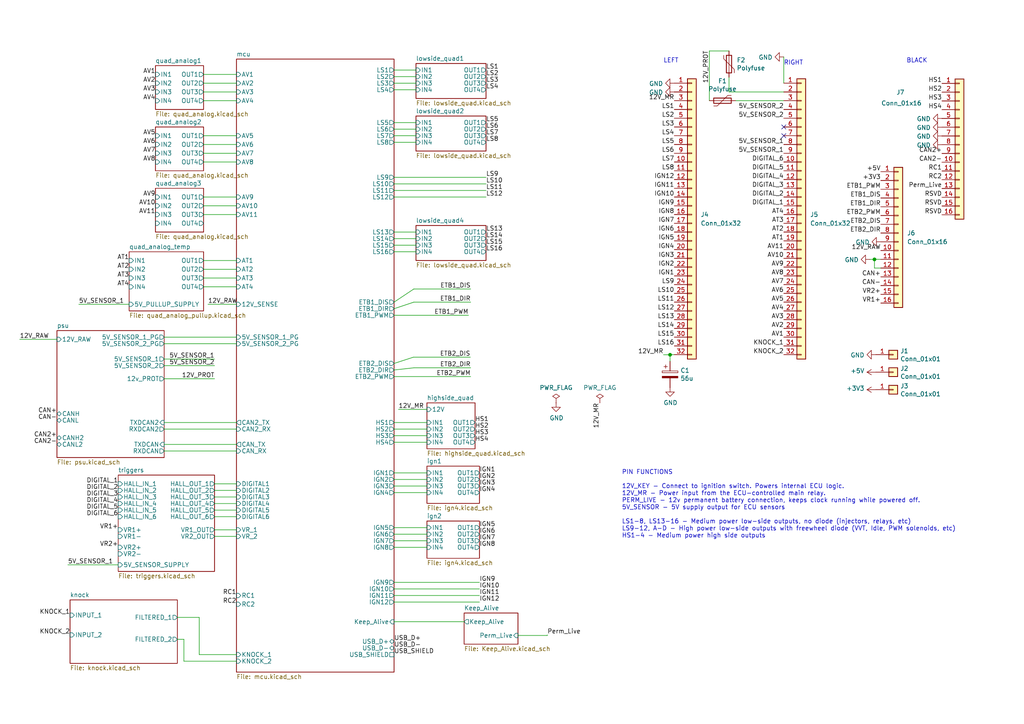
<source format=kicad_sch>
(kicad_sch (version 20230121) (generator eeschema)
  (paper "A4")
  (title_block (title "Polygonus") (date "2023-03-15") (rev "v0.7"))
  (lib_symbols
    (symbol "Connector_Generic:Conn_01x01" (pin_names (offset 1.016) hide)
      (property "Reference" "J" (at 0 2.54 0))
      (property "Value" "Conn_01x01" (at 0 -2.54 0))
      (symbol "Conn_01x01_1_1"
        (rectangle (start -1.27 0.127) (end 0 -0.127) (stroke (width 0.1524)))
        (rectangle (start -1.27 1.27) (end 1.27 -1.27) (stroke (width 0.254)) (fill (type background)))
        (pin passive line (at -5.08 0 0) (length 3.81) (name "Pin_1") (number "1"))
      )
    )
    (symbol "Connector_Generic:Conn_01x16" (pin_names (offset 1.016) hide)
      (property "Reference" "J" (at 0 20.32 0))
      (property "Value" "Conn_01x16" (at 0 -22.86 0))
      (symbol "Conn_01x16_1_1"
        (rectangle (start -1.27 -20.193) (end 0 -20.447) (stroke (width 0.1524)))
        (rectangle (start -1.27 -17.653) (end 0 -17.907) (stroke (width 0.1524)))
        (rectangle (start -1.27 -15.113) (end 0 -15.367) (stroke (width 0.1524)))
        (rectangle (start -1.27 -12.573) (end 0 -12.827) (stroke (width 0.1524)))
        (rectangle (start -1.27 -10.033) (end 0 -10.287) (stroke (width 0.1524)))
        (rectangle (start -1.27 -7.493) (end 0 -7.747) (stroke (width 0.1524)))
        (rectangle (start -1.27 -4.953) (end 0 -5.207) (stroke (width 0.1524)))
        (rectangle (start -1.27 -2.413) (end 0 -2.667) (stroke (width 0.1524)))
        (rectangle (start -1.27 0.127) (end 0 -0.127) (stroke (width 0.1524)))
        (rectangle (start -1.27 2.667) (end 0 2.413) (stroke (width 0.1524)))
        (rectangle (start -1.27 5.207) (end 0 4.953) (stroke (width 0.1524)))
        (rectangle (start -1.27 7.747) (end 0 7.493) (stroke (width 0.1524)))
        (rectangle (start -1.27 10.287) (end 0 10.033) (stroke (width 0.1524)))
        (rectangle (start -1.27 12.827) (end 0 12.573) (stroke (width 0.1524)))
        (rectangle (start -1.27 15.367) (end 0 15.113) (stroke (width 0.1524)))
        (rectangle (start -1.27 17.907) (end 0 17.653) (stroke (width 0.1524)))
        (rectangle (start -1.27 19.05) (end 1.27 -21.59) (stroke (width 0.254)) (fill (type background)))
        (pin passive line (at -5.08 17.78 0) (length 3.81) (name "Pin_1") (number "1"))
        (pin passive line (at -5.08 -5.08 0) (length 3.81) (name "Pin_10") (number "10"))
        (pin passive line (at -5.08 -7.62 0) (length 3.81) (name "Pin_11") (number "11"))
        (pin passive line (at -5.08 -10.16 0) (length 3.81) (name "Pin_12") (number "12"))
        (pin passive line (at -5.08 -12.7 0) (length 3.81) (name "Pin_13") (number "13"))
        (pin passive line (at -5.08 -15.24 0) (length 3.81) (name "Pin_14") (number "14"))
        (pin passive line (at -5.08 -17.78 0) (length 3.81) (name "Pin_15") (number "15"))
        (pin passive line (at -5.08 -20.32 0) (length 3.81) (name "Pin_16") (number "16"))
        (pin passive line (at -5.08 15.24 0) (length 3.81) (name "Pin_2") (number "2"))
        (pin passive line (at -5.08 12.7 0) (length 3.81) (name "Pin_3") (number "3"))
        (pin passive line (at -5.08 10.16 0) (length 3.81) (name "Pin_4") (number "4"))
        (pin passive line (at -5.08 7.62 0) (length 3.81) (name "Pin_5") (number "5"))
        (pin passive line (at -5.08 5.08 0) (length 3.81) (name "Pin_6") (number "6"))
        (pin passive line (at -5.08 2.54 0) (length 3.81) (name "Pin_7") (number "7"))
        (pin passive line (at -5.08 0 0) (length 3.81) (name "Pin_8") (number "8"))
        (pin passive line (at -5.08 -2.54 0) (length 3.81) (name "Pin_9") (number "9"))
      )
    )
    (symbol "Connector_Generic:Conn_01x32" (pin_names (offset 1.016) hide)
      (property "Reference" "J" (at 0 40.64 0))
      (property "Value" "Conn_01x32" (at 0 -43.18 0))
      (symbol "Conn_01x32_1_1"
        (rectangle (start -1.27 -40.513) (end 0 -40.767) (stroke (width 0.1524)))
        (rectangle (start -1.27 -37.973) (end 0 -38.227) (stroke (width 0.1524)))
        (rectangle (start -1.27 -35.433) (end 0 -35.687) (stroke (width 0.1524)))
        (rectangle (start -1.27 -32.893) (end 0 -33.147) (stroke (width 0.1524)))
        (rectangle (start -1.27 -30.353) (end 0 -30.607) (stroke (width 0.1524)))
        (rectangle (start -1.27 -27.813) (end 0 -28.067) (stroke (width 0.1524)))
        (rectangle (start -1.27 -25.273) (end 0 -25.527) (stroke (width 0.1524)))
        (rectangle (start -1.27 -22.733) (end 0 -22.987) (stroke (width 0.1524)))
        (rectangle (start -1.27 -20.193) (end 0 -20.447) (stroke (width 0.1524)))
        (rectangle (start -1.27 -17.653) (end 0 -17.907) (stroke (width 0.1524)))
        (rectangle (start -1.27 -15.113) (end 0 -15.367) (stroke (width 0.1524)))
        (rectangle (start -1.27 -12.573) (end 0 -12.827) (stroke (width 0.1524)))
        (rectangle (start -1.27 -10.033) (end 0 -10.287) (stroke (width 0.1524)))
        (rectangle (start -1.27 -7.493) (end 0 -7.747) (stroke (width 0.1524)))
        (rectangle (start -1.27 -4.953) (end 0 -5.207) (stroke (width 0.1524)))
        (rectangle (start -1.27 -2.413) (end 0 -2.667) (stroke (width 0.1524)))
        (rectangle (start -1.27 0.127) (end 0 -0.127) (stroke (width 0.1524)))
        (rectangle (start -1.27 2.667) (end 0 2.413) (stroke (width 0.1524)))
        (rectangle (start -1.27 5.207) (end 0 4.953) (stroke (width 0.1524)))
        (rectangle (start -1.27 7.747) (end 0 7.493) (stroke (width 0.1524)))
        (rectangle (start -1.27 10.287) (end 0 10.033) (stroke (width 0.1524)))
        (rectangle (start -1.27 12.827) (end 0 12.573) (stroke (width 0.1524)))
        (rectangle (start -1.27 15.367) (end 0 15.113) (stroke (width 0.1524)))
        (rectangle (start -1.27 17.907) (end 0 17.653) (stroke (width 0.1524)))
        (rectangle (start -1.27 20.447) (end 0 20.193) (stroke (width 0.1524)))
        (rectangle (start -1.27 22.987) (end 0 22.733) (stroke (width 0.1524)))
        (rectangle (start -1.27 25.527) (end 0 25.273) (stroke (width 0.1524)))
        (rectangle (start -1.27 28.067) (end 0 27.813) (stroke (width 0.1524)))
        (rectangle (start -1.27 30.607) (end 0 30.353) (stroke (width 0.1524)))
        (rectangle (start -1.27 33.147) (end 0 32.893) (stroke (width 0.1524)))
        (rectangle (start -1.27 35.687) (end 0 35.433) (stroke (width 0.1524)))
        (rectangle (start -1.27 38.227) (end 0 37.973) (stroke (width 0.1524)))
        (rectangle (start -1.27 39.37) (end 1.27 -41.91) (stroke (width 0.254)) (fill (type background)))
        (pin passive line (at -5.08 38.1 0) (length 3.81) (name "Pin_1") (number "1"))
        (pin passive line (at -5.08 15.24 0) (length 3.81) (name "Pin_10") (number "10"))
        (pin passive line (at -5.08 12.7 0) (length 3.81) (name "Pin_11") (number "11"))
        (pin passive line (at -5.08 10.16 0) (length 3.81) (name "Pin_12") (number "12"))
        (pin passive line (at -5.08 7.62 0) (length 3.81) (name "Pin_13") (number "13"))
        (pin passive line (at -5.08 5.08 0) (length 3.81) (name "Pin_14") (number "14"))
        (pin passive line (at -5.08 2.54 0) (length 3.81) (name "Pin_15") (number "15"))
        (pin passive line (at -5.08 0 0) (length 3.81) (name "Pin_16") (number "16"))
        (pin passive line (at -5.08 -2.54 0) (length 3.81) (name "Pin_17") (number "17"))
        (pin passive line (at -5.08 -5.08 0) (length 3.81) (name "Pin_18") (number "18"))
        (pin passive line (at -5.08 -7.62 0) (length 3.81) (name "Pin_19") (number "19"))
        (pin passive line (at -5.08 35.56 0) (length 3.81) (name "Pin_2") (number "2"))
        (pin passive line (at -5.08 -10.16 0) (length 3.81) (name "Pin_20") (number "20"))
        (pin passive line (at -5.08 -12.7 0) (length 3.81) (name "Pin_21") (number "21"))
        (pin passive line (at -5.08 -15.24 0) (length 3.81) (name "Pin_22") (number "22"))
        (pin passive line (at -5.08 -17.78 0) (length 3.81) (name "Pin_23") (number "23"))
        (pin passive line (at -5.08 -20.32 0) (length 3.81) (name "Pin_24") (number "24"))
        (pin passive line (at -5.08 -22.86 0) (length 3.81) (name "Pin_25") (number "25"))
        (pin passive line (at -5.08 -25.4 0) (length 3.81) (name "Pin_26") (number "26"))
        (pin passive line (at -5.08 -27.94 0) (length 3.81) (name "Pin_27") (number "27"))
        (pin passive line (at -5.08 -30.48 0) (length 3.81) (name "Pin_28") (number "28"))
        (pin passive line (at -5.08 -33.02 0) (length 3.81) (name "Pin_29") (number "29"))
        (pin passive line (at -5.08 33.02 0) (length 3.81) (name "Pin_3") (number "3"))
        (pin passive line (at -5.08 -35.56 0) (length 3.81) (name "Pin_30") (number "30"))
        (pin passive line (at -5.08 -38.1 0) (length 3.81) (name "Pin_31") (number "31"))
        (pin passive line (at -5.08 -40.64 0) (length 3.81) (name "Pin_32") (number "32"))
        (pin passive line (at -5.08 30.48 0) (length 3.81) (name "Pin_4") (number "4"))
        (pin passive line (at -5.08 27.94 0) (length 3.81) (name "Pin_5") (number "5"))
        (pin passive line (at -5.08 25.4 0) (length 3.81) (name "Pin_6") (number "6"))
        (pin passive line (at -5.08 22.86 0) (length 3.81) (name "Pin_7") (number "7"))
        (pin passive line (at -5.08 20.32 0) (length 3.81) (name "Pin_8") (number "8"))
        (pin passive line (at -5.08 17.78 0) (length 3.81) (name "Pin_9") (number "9"))
      )
    )
    (symbol "Device:CP" (pin_numbers hide) (pin_names (offset 0.254))
      (property "Reference" "C" (at 0.635 2.54 0))
      (property "Value" "Device_CP" (at 0.635 -2.54 0))
      (symbol "CP_0_1"
        (rectangle (start -2.286 0.508) (end 2.286 1.016))
        (polyline (pts (xy -1.778 2.286) (xy -0.762 2.286)))
        (polyline (pts (xy -1.27 2.794) (xy -1.27 1.778)))
        (rectangle (start 2.286 -0.508) (end -2.286 -1.016) (fill (type outline)))
      )
      (symbol "CP_1_1"
        (pin passive line (at 0 3.81 270) (length 2.794) (name "~") (number "1"))
        (pin passive line (at 0 -3.81 90) (length 2.794) (name "~") (number "2"))
      )
    )
    (symbol "Device:Polyfuse" (pin_numbers hide) (pin_names (offset 0))
      (property "Reference" "F" (at -2.54 0 90))
      (property "Value" "Polyfuse" (at 2.54 0 90))
      (symbol "Polyfuse_0_1"
        (rectangle (start -0.762 2.54) (end 0.762 -2.54) (stroke (width 0.254)))
        (polyline (pts (xy 0 2.54) (xy 0 -2.54)))
        (polyline (pts (xy -1.524 2.54) (xy -1.524 1.524) (xy 1.524 -1.524) (xy 1.524 -2.54)))
      )
      (symbol "Polyfuse_1_1"
        (pin passive line (at 0 3.81 270) (length 1.27) (name "~") (number "1"))
        (pin passive line (at 0 -3.81 90) (length 1.27) (name "~") (number "2"))
      )
    )
    (symbol "power:+3.3V" (power) (pin_names (offset 0))
      (property "Value" "+3.3V" (at 0 3.556 0))
      (symbol "+3.3V_0_1"
        (polyline (pts (xy -0.762 1.27) (xy 0 2.54)))
        (polyline (pts (xy 0 0) (xy 0 2.54)))
        (polyline (pts (xy 0 2.54) (xy 0.762 1.27)))
      )
      (symbol "+3.3V_1_1"
        (pin power_in line (at 0 0 90) (length 0) hide (name "+3V3") (number "1"))
      )
    )
    (symbol "power:+5V" (power) (pin_names (offset 0))
      (property "Value" "+5V" (at 0 3.556 0))
      (symbol "+5V_0_1"
        (polyline (pts (xy -0.762 1.27) (xy 0 2.54)))
        (polyline (pts (xy 0 0) (xy 0 2.54)))
        (polyline (pts (xy 0 2.54) (xy 0.762 1.27)))
      )
      (symbol "+5V_1_1"
        (pin power_in line (at 0 0 90) (length 0) hide (name "+5V") (number "1"))
      )
    )
    (symbol "power:GND" (power) (pin_names (offset 0))
      (property "Value" "GND" (at 0 -3.81 0))
      (symbol "GND_0_1"
        (polyline (pts (xy 0 0) (xy 0 -1.27) (xy 1.27 -1.27) (xy 0 -2.54) (xy -1.27 -1.27) (xy 0 -1.27)))
      )
      (symbol "GND_1_1"
        (pin power_in line (at 0 0 270) (length 0) hide (name "GND") (number "1"))
      )
    )
    (symbol "power:PWR_FLAG" (power) (pin_numbers hide) (pin_names (offset 0) hide)
      (property "Value" "PWR_FLAG" (at 0 3.81 0))
      (symbol "PWR_FLAG_0_0"
        (pin power_out line (at 0 0 90) (length 0) (name "pwr") (number "1"))
      )
      (symbol "PWR_FLAG_0_1"
        (polyline (pts (xy 0 0) (xy 0 1.27) (xy -1.016 1.905) (xy 0 2.54) (xy 1.016 1.905) (xy 0 1.27)))
      )
    )
  )
  (junction (at 194.343 102.899))
  (junction (at 253.6325 75.2399))
  (no_connect (at 227.33 36.83))
  (no_connect (at 227.33 39.37))
  (wire (pts (xy 62.23 144.145) (xy 68.58 144.145)))
  (wire (pts (xy 150.2316 184.3116) (xy 158.75 184.3116)))
  (wire (pts (xy 114.3 168.91) (xy 139.065 168.91)))
  (wire (pts (xy 194.31 102.87) (xy 195.58 102.87)))
  (wire (pts (xy 62.23 106.045) (xy 47.625 106.045)))
  (wire (pts (xy 19.685 163.83) (xy 34.29 163.83)))
  (wire (pts (xy 47.625 124.46) (xy 68.58 124.46)))
  (wire (pts (xy 123.825 142.875) (xy 114.3 142.875)))
  (wire (pts (xy 123.825 158.75) (xy 114.3 158.75)))
  (wire (pts (xy 114.3 35.56) (xy 120.65 35.56)))
  (wire (pts (xy 253.6325 75.2399) (xy 253.6325 77.7496)))
  (wire (pts (xy 114.3 71.12) (xy 120.65 71.12)))
  (wire (pts (xy 114.3 128.27) (xy 123.825 128.27)))
  (wire (pts (xy 114.3 153.035) (xy 123.825 153.035)))
  (wire (pts (xy 192.438 102.899) (xy 194.343 102.899)))
  (wire (pts (xy 114.3 174.625) (xy 139.065 174.625)))
  (wire (pts (xy 120.65 73.025) (xy 114.3 73.025)))
  (wire (pts (xy 62.23 147.955) (xy 68.58 147.955)))
  (wire (pts (xy 114.3 53.34) (xy 140.97 53.34)))
  (wire (pts (xy 120.015 106.68) (xy 114.3 107.315)))
  (wire (pts (xy 115.57 118.745) (xy 123.825 118.745)))
  (wire (pts (xy 114.3 67.31) (xy 120.65 67.31)))
  (wire (pts (xy 114.3 55.245) (xy 140.97 55.245)))
  (wire (pts (xy 213.36 29.21) (xy 227.33 29.21)))
  (wire (pts (xy 68.58 130.81) (xy 47.625 130.81)))
  (wire (pts (xy 114.3 180.325) (xy 114.3 180.34)))
  (wire (pts (xy 120.65 41.275) (xy 114.3 41.275)))
  (wire (pts (xy 68.58 29.21) (xy 59.055 29.21)))
  (wire (pts (xy 253.6325 75.2096) (xy 253.6325 75.2399)))
  (wire (pts (xy 68.58 142.24) (xy 62.23 142.24)))
  (wire (pts (xy 114.3 91.44) (xy 135.89 91.44)))
  (wire (pts (xy 227.33 26.67) (xy 211.455 26.67)))
  (wire (pts (xy 114.3 20.32) (xy 120.65 20.32)))
  (wire (pts (xy 57.785 189.865) (xy 68.58 189.865)))
  (wire (pts (xy 114.3 109.22) (xy 136.525 109.22)))
  (wire (pts (xy 120.015 83.82) (xy 136.525 83.82)))
  (wire (pts (xy 134.62 180.325) (xy 114.3 180.325)))
  (wire (pts (xy 68.58 59.69) (xy 59.055 59.69)))
  (wire (pts (xy 194.343 104.804) (xy 194.343 102.899)))
  (wire (pts (xy 59.055 57.15) (xy 68.58 57.15)))
  (wire (pts (xy 5.715 98.425) (xy 16.51 98.425)))
  (wire (pts (xy 205.74 14.7786) (xy 205.74 29.21)))
  (wire (pts (xy 120.65 22.225) (xy 114.3 22.225)))
  (wire (pts (xy 62.23 140.335) (xy 68.58 140.335)))
  (wire (pts (xy 51.435 185.42) (xy 53.34 185.42)))
  (wire (pts (xy 123.825 140.97) (xy 114.3 140.97)))
  (wire (pts (xy 59.055 44.45) (xy 68.58 44.45)))
  (wire (pts (xy 47.625 97.79) (xy 68.58 97.79)))
  (wire (pts (xy 47.625 99.695) (xy 68.58 99.695)))
  (wire (pts (xy 47.625 109.855) (xy 62.23 109.855)))
  (wire (pts (xy 59.055 75.565) (xy 68.58 75.565)))
  (wire (pts (xy 53.34 185.42) (xy 53.34 191.77)))
  (wire (pts (xy 59.055 39.37) (xy 68.58 39.37)))
  (wire (pts (xy 114.3 137.16) (xy 123.825 137.16)))
  (wire (pts (xy 120.65 69.215) (xy 114.3 69.215)))
  (wire (pts (xy 60.325 88.265) (xy 68.58 88.265)))
  (wire (pts (xy 68.58 78.105) (xy 59.055 78.105)))
  (wire (pts (xy 62.23 153.67) (xy 68.58 153.67)))
  (wire (pts (xy 227.33 16.51) (xy 227.33 24.13)))
  (wire (pts (xy 114.3 39.37) (xy 120.65 39.37)))
  (wire (pts (xy 47.625 128.905) (xy 68.58 128.905)))
  (wire (pts (xy 59.055 80.645) (xy 68.58 80.645)))
  (wire (pts (xy 120.65 26.035) (xy 114.3 26.035)))
  (wire (pts (xy 120.015 83.82) (xy 114.3 87.63)))
  (wire (pts (xy 123.825 126.365) (xy 114.3 126.365)))
  (wire (pts (xy 114.3 170.815) (xy 139.065 170.815)))
  (wire (pts (xy 53.34 191.77) (xy 68.58 191.77)))
  (wire (pts (xy 158.75 184.3116) (xy 158.75 184.15)))
  (wire (pts (xy 59.055 62.23) (xy 68.58 62.23)))
  (wire (pts (xy 59.055 26.67) (xy 68.58 26.67)))
  (wire (pts (xy 120.015 87.63) (xy 136.525 87.63)))
  (wire (pts (xy 119.9173 103.5911) (xy 136.4273 103.5911)))
  (wire (pts (xy 68.58 146.05) (xy 62.23 146.05)))
  (wire (pts (xy 68.58 46.99) (xy 59.055 46.99)))
  (wire (pts (xy 47.625 104.14) (xy 62.23 104.14)))
  (wire (pts (xy 211.455 26.67) (xy 211.4402 22.3986)))
  (wire (pts (xy 68.58 83.185) (xy 59.055 83.185)))
  (wire (pts (xy 68.58 24.13) (xy 59.055 24.13)))
  (wire (pts (xy 114.3 172.72) (xy 139.065 172.72)))
  (wire (pts (xy 252.3119 75.2399) (xy 253.6325 75.2399)))
  (wire (pts (xy 22.86 88.265) (xy 37.465 88.265)))
  (wire (pts (xy 62.23 149.86) (xy 68.58 149.86)))
  (wire (pts (xy 114.3 57.15) (xy 140.97 57.15)))
  (wire (pts (xy 119.9173 103.5911) (xy 114.3 105.41)))
  (wire (pts (xy 253.6325 77.7496) (xy 255.4645 77.7496)))
  (wire (pts (xy 47.625 122.555) (xy 68.58 122.555)))
  (wire (pts (xy 123.825 122.555) (xy 114.3 122.555)))
  (wire (pts (xy 51.435 179.07) (xy 57.785 179.07)))
  (wire (pts (xy 120.015 87.63) (xy 114.3 89.535)))
  (wire (pts (xy 114.3 156.845) (xy 123.825 156.845)))
  (wire (pts (xy 114.3 51.435) (xy 140.97 51.435)))
  (wire (pts (xy 255.4645 75.2096) (xy 253.6325 75.2096)))
  (wire (pts (xy 114.3 37.465) (xy 120.65 37.465)))
  (wire (pts (xy 59.055 21.59) (xy 68.58 21.59)))
  (wire (pts (xy 114.3 139.065) (xy 123.825 139.065)))
  (wire (pts (xy 123.825 154.94) (xy 114.3 154.94)))
  (wire (pts (xy 120.015 106.68) (xy 136.525 106.68)))
  (wire (pts (xy 211.4402 14.7786) (xy 205.74 14.7786)))
  (wire (pts (xy 68.58 41.91) (xy 59.055 41.91)))
  (wire (pts (xy 57.785 179.07) (xy 57.785 189.865)))
  (wire (pts (xy 68.58 155.575) (xy 62.23 155.575)))
  (wire (pts (xy 114.3 124.46) (xy 123.825 124.46)))
  (wire (pts (xy 114.3 24.13) (xy 120.65 24.13)))
  (wire (pts (xy 194.31 102.87) (xy 194.343 102.899)))
  (text "LEFT" (at 192.405 18.415 0) (effects (font (size 1.27 1.27)) (justify left bottom)))
  (text "PIN FUNCTIONS\n\n12V_KEY - Connect to ignition switch. Powers internal ECU logic.\n12V_MR - Power input from the ECU-controlled main relay.\nPERM_LIVE - 12v permanent battery connection, keeps clock running while powered off.\n5V_SENSOR - 5V supply output for ECU sensors\n\nLS1-8, LS13-16 - Medium power low-side outputs, no diode (injectors, relays, etc)\nLS9-12, A-D - High power low-side outputs with freewheel diode (VVT, Idle, PWM solenoids, etc)\nHS1-4 - Medium power high side outputs" (at 180.34 156.21 0) (effects (font (size 1.27 1.27)) (justify left bottom)))
  (text "BLACK" (at 262.89 18.415 0) (effects (font (size 1.27 1.27)) (justify left bottom)))
  (text "RIGHT" (at 227.33 19.05 0) (effects (font (size 1.27 1.27)) (justify left bottom)))
  (label "LS16" (at 140.97 73.025 0))
  (label "12V_RAW" (at 5.715 98.425 0))
  (label "DIGITAL_1" (at 227.33 59.69 180))
  (label "HS4" (at 137.795 128.27 0))
  (label "KNOCK_1" (at 227.33 100.33 180))
  (label "AV7" (at 227.33 82.55 180))
  (label "AT3" (at 37.465 80.645 180))
  (label "HS1" (at 273.2114 24.1919 180))
  (label "CAN2-" (at 273.2114 47.0519 180))
  (label "AV3" (at 227.33 92.71 180))
  (label "AV7" (at 45.085 44.45 180))
  (label "IGN10" (at 139.065 170.815 0))
  (label "ETB2_DIR" (at 255.4645 67.5896 180))
  (label "AV8" (at 227.33 80.01 180))
  (label "AV9" (at 227.33 77.47 180))
  (label "CAN-" (at 255.4645 82.8296 180))
  (label "DIGITAL_6" (at 34.29 149.86 180))
  (label "Perm_Live" (at 158.75 184.15 0))
  (label "AV9" (at 45.085 57.15 180))
  (label "CAN2+" (at 16.51 127 180))
  (label "IGN11" (at 195.58 54.61 180))
  (label "AV11" (at 227.33 72.39 180))
  (label "AV1" (at 45.085 21.59 180))
  (label "AT1" (at 37.465 75.565 180))
  (label "+5V" (at 255.4645 49.8096 180))
  (label "DIGITAL_3" (at 227.33 54.61 180))
  (label "AT1" (at 227.33 69.85 180))
  (label "LS9" (at 195.58 82.55 180))
  (label "IGN8" (at 139.065 158.75 0))
  (label "AV4" (at 227.33 90.17 180))
  (label "5V_SENSOR_1" (at 227.33 41.91 180))
  (label "RC2" (at 273.2114 52.1319 180))
  (label "LS1" (at 195.58 31.75 180))
  (label "RSVD" (at 273.2114 57.2119 180))
  (label "ETB2_DIS" (at 255.4645 65.0496 180))
  (label "ETB2_DIR" (at 136.525 106.68 180))
  (label "VR2+" (at 34.29 158.75 180))
  (label "LS16" (at 195.58 100.33 180))
  (label "5V_SENSOR_2" (at 227.33 34.29 180))
  (label "ETB1_DIR" (at 255.4645 59.9696 180))
  (label "12V_MR" (at 173.99 116.84 270))
  (label "DIGITAL_1" (at 34.29 140.335 180))
  (label "LS5" (at 140.97 35.56 0))
  (label "LS7" (at 195.58 46.99 180))
  (label "IGN7" (at 139.065 156.845 0))
  (label "5V_SENSOR_1" (at 19.685 163.83 0))
  (label "IGN5" (at 195.58 69.85 180))
  (label "LS13" (at 195.58 92.71 180))
  (label "HS3" (at 273.2114 29.2719 180))
  (label "12V_PROT" (at 62.23 109.855 180))
  (label "AV2" (at 227.33 95.25 180))
  (label "LS7" (at 140.97 39.37 0))
  (label "DIGITAL_2" (at 227.33 57.15 180))
  (label "AV6" (at 227.33 85.09 180))
  (label "LS2" (at 195.58 34.29 180))
  (label "5V_SENSOR_2" (at 62.23 106.045 180))
  (label "IGN5" (at 139.065 153.035 0))
  (label "5V_SENSOR_1" (at 62.23 104.14 180))
  (label "IGN1" (at 139.065 137.16 0))
  (label "USB_D-" (at 114.3 187.96 0))
  (label "IGN4" (at 195.58 72.39 180))
  (label "IGN2" (at 139.065 139.065 0))
  (label "AT3" (at 227.33 64.77 180))
  (label "DIGITAL_5" (at 227.33 49.53 180))
  (label "KNOCK_2" (at 227.33 102.87 180))
  (label "CAN2-" (at 16.51 128.905 180))
  (label "AV2" (at 45.085 24.13 180))
  (label "12V_MR" (at 192.438 102.899 180))
  (label "USB_SHIELD" (at 114.3 189.865 0))
  (label "5V_SENSOR_1" (at 227.33 44.45 180))
  (label "DIGITAL_5" (at 34.29 147.955 180))
  (label "HS2" (at 137.795 124.46 0))
  (label "IGN10" (at 195.58 57.15 180))
  (label "HS2" (at 273.2114 26.7319 180))
  (label "AT2" (at 37.465 78.105 180))
  (label "LS4" (at 140.97 26.035 0))
  (label "LS3" (at 195.58 36.83 180))
  (label "LS4" (at 195.58 39.37 180))
  (label "LS11" (at 195.58 87.63 180))
  (label "LS8" (at 195.58 49.53 180))
  (label "CAN+" (at 255.4645 80.2896 180))
  (label "IGN6" (at 139.065 154.94 0))
  (label "LS15" (at 195.58 97.79 180))
  (label "HS1" (at 137.795 122.555 0))
  (label "LS8" (at 140.97 41.275 0))
  (label "IGN7" (at 195.58 64.77 180))
  (label "VR1+" (at 255.4645 87.9096 180))
  (label "AV1" (at 227.33 97.79 180))
  (label "DIGITAL_3" (at 34.29 144.145 180))
  (label "ETB2_DIS" (at 136.4273 103.5911 180))
  (label "LS2" (at 140.97 22.225 0))
  (label "Perm_Live" (at 273.2114 54.6719 180))
  (label "RC1" (at 273.2114 49.5919 180))
  (label "12V_RAW" (at 255.4645 72.6696 180))
  (label "IGN1" (at 195.58 80.01 180))
  (label "+3V3" (at 255.4645 52.3496 180))
  (label "AV11" (at 45.085 62.23 180))
  (label "AT2" (at 227.33 67.31 180))
  (label "IGN9" (at 195.58 59.69 180))
  (label "IGN3" (at 195.58 74.93 180))
  (label "LS3" (at 140.97 24.13 0))
  (label "IGN11" (at 139.065 172.72 0))
  (label "5V_SENSOR_2" (at 227.33 31.75 180))
  (label "LS15" (at 140.97 71.12 0))
  (label "USB_D+" (at 114.3 186.055 0))
  (label "KNOCK_2" (at 20.32 184.15 180))
  (label "AV8" (at 45.085 46.99 180))
  (label "AT4" (at 227.33 62.23 180))
  (label "LS1" (at 140.97 20.32 0))
  (label "AV10" (at 227.33 74.93 180))
  (label "IGN12" (at 195.58 52.07 180))
  (label "12V_RAW" (at 60.325 88.265 0))
  (label "LS12" (at 195.58 90.17 180))
  (label "AV5" (at 227.33 87.63 180))
  (label "IGN8" (at 195.58 62.23 180))
  (label "ETB1_DIS" (at 136.525 83.82 180))
  (label "IGN2" (at 195.58 77.47 180))
  (label "CAN2+" (at 273.2114 44.5119 180))
  (label "LS10" (at 140.97 53.34 0))
  (label "LS6" (at 195.58 44.45 180))
  (label "12V_PROT" (at 205.74 24.13 90))
  (label "12V_MR" (at 195.58 29.21 180))
  (label "AT4" (at 37.465 83.185 180))
  (label "CAN-" (at 16.51 121.92 180))
  (label "12V_MR" (at 115.57 118.745 0))
  (label "ETB2_PWM" (at 255.4645 62.5096 180))
  (label "LS10" (at 195.58 85.09 180))
  (label "ETB2_PWM" (at 136.525 109.22 180))
  (label "RC1" (at 68.58 172.72 180))
  (label "ETB1_PWM" (at 255.4645 54.8896 180))
  (label "LS9" (at 140.97 51.435 0))
  (label "AV5" (at 45.085 39.37 180))
  (label "AV4" (at 45.085 29.21 180))
  (label "HS3" (at 137.795 126.365 0))
  (label "ETB1_DIS" (at 255.4645 57.4296 180))
  (label "IGN3" (at 139.065 140.97 0))
  (label "AV10" (at 45.085 59.69 180))
  (label "LS5" (at 195.58 41.91 180))
  (label "IGN9" (at 139.065 168.91 0))
  (label "LS12" (at 140.97 57.15 0))
  (label "CAN+" (at 16.51 120.015 180))
  (label "RSVD" (at 273.2114 62.2919 180))
  (label "LS6" (at 140.97 37.465 0))
  (label "ETB1_PWM" (at 135.89 91.44 180))
  (label "RC2" (at 68.58 175.26 180))
  (label "AV6" (at 45.085 41.91 180))
  (label "VR2+" (at 255.4645 85.3696 180))
  (label "ETB1_DIR" (at 136.525 87.63 180))
  (label "LS14" (at 195.58 95.25 180))
  (label "DIGITAL_2" (at 34.29 142.24 180))
  (label "AV3" (at 45.085 26.67 180))
  (label "DIGITAL_6" (at 227.33 46.99 180))
  (label "LS14" (at 140.97 69.215 0))
  (label "RSVD" (at 273.2114 59.7519 180))
  (label "HS4" (at 273.2114 31.8119 180))
  (label "VR1+" (at 34.29 153.67 180))
  (label "IGN12" (at 139.065 174.625 0))
  (label "5V_SENSOR_1" (at 22.86 88.265 0))
  (label "DIGITAL_4" (at 34.29 146.05 180))
  (label "LS13" (at 140.97 67.31 0))
  (label "IGN4" (at 139.065 142.875 0))
  (label "LS11" (at 140.97 55.245 0))
  (label "IGN6" (at 195.58 67.31 180))
  (label "KNOCK_1" (at 20.32 178.435 180))
  (label "DIGITAL_4" (at 227.33 52.07 180))
  (symbol (lib_id "power:GND") (at 252.3119 75.2399 270) (unit 1)
    (property "Reference" "#PWR09" (effects hide))
    (property "Value" "GND" (at 249.0607 75.3669 90) (effects (justify right)))
  )
  (symbol (lib_id "power:GND") (at 273.2114 39.4319 270) (unit 1)
    (property "Reference" "#PWR013" (effects hide))
    (property "Value" "GND" (at 269.9602 39.5589 90) (effects (justify right)))
  )
  (symbol (lib_id "power:GND") (at 227.33 16.51 270) (unit 1)
    (property "Reference" "#PWR08" (effects hide))
    (property "Value" "GND" (at 224.0788 16.637 90) (effects (justify right)))
  )
  (symbol (lib_id "power:GND") (at 273.2114 41.9719 270) (unit 1)
    (property "Reference" "#PWR014" (effects hide))
    (property "Value" "GND" (at 269.9602 42.0989 90) (effects (justify right)))
  )
  (symbol (lib_id "power:GND") (at 273.2114 34.3519 270) (unit 1)
    (property "Reference" "#PWR011" (effects hide))
    (property "Value" "GND" (at 269.9602 34.4789 90) (effects (justify right)))
  )
  (symbol (lib_id "Device:Polyfuse") (at 211.4402 18.5886 180) (unit 1)
    (property "Reference" "F2" (at 213.6754 17.4202 0) (effects (justify right)))
    (property "Value" "Polyfuse" (at 213.6754 19.7316 0) (effects (justify right)))
    (property "Footprint" "Resistor_SMD:R_1206_3216Metric" (effects hide))
    (property "PN" "1206L012WR" (effects hide))
    (property "LCSC" "C207035" (effects hide))
    (property "LCSC_ext" "1" (effects hide))
  )
  (symbol (lib_id "Device:Polyfuse") (at 209.55 29.21 90) (unit 1)
    (property "Reference" "F1" (at 209.55 23.495 90))
    (property "Value" "Polyfuse" (at 209.55 25.8064 90))
    (property "Footprint" "Resistor_SMD:R_1206_3216Metric" (effects hide))
    (property "PN" "1206L012WR" (effects hide))
    (property "LCSC" "C207035" (effects hide))
    (property "LCSC_ext" "1" (effects hide))
  )
  (symbol (lib_id "Connector_Generic:Conn_01x01") (at 259.08 102.87 0) (unit 1)
    (property "Reference" "J1" (at 261.112 101.8032 0) (effects (justify left)))
    (property "Value" "Conn_01x01" (at 261.112 104.1146 0) (effects (justify left)))
    (property "Footprint" "TestPoint:TestPoint_Pad_D3.0mm" (effects hide))
    (property "LCSC" "N/A" (effects hide))
  )
  (symbol (lib_id "Connector_Generic:Conn_01x01") (at 259.08 107.95 0) (unit 1)
    (property "Reference" "J2" (at 261.112 106.8832 0) (effects (justify left)))
    (property "Value" "Conn_01x01" (at 261.112 109.1946 0) (effects (justify left)))
    (property "Footprint" "TestPoint:TestPoint_Pad_D3.0mm" (effects hide))
    (property "LCSC" "N/A" (effects hide))
  )
  (symbol (lib_id "Connector_Generic:Conn_01x01") (at 259.08 113.03 0) (unit 1)
    (property "Reference" "J3" (at 261.112 111.9632 0) (effects (justify left)))
    (property "Value" "Conn_01x01" (at 261.112 114.2746 0) (effects (justify left)))
    (property "Footprint" "TestPoint:TestPoint_Pad_D3.0mm" (effects hide))
    (property "LCSC" "N/A" (effects hide))
  )
  (symbol (lib_id "power:GND") (at 254 102.87 270) (unit 1)
    (property "Reference" "#PWR01" (effects hide))
    (property "Value" "GND" (at 250.7488 102.997 90) (effects (justify right)))
  )
  (symbol (lib_id "power:+3.3V") (at 254 113.03 90) (unit 1)
    (property "Reference" "#PWR03" (effects hide))
    (property "Value" "+3.3V" (at 250.7488 112.649 90) (effects (justify left)))
  )
  (symbol (lib_id "power:+5V") (at 254 107.95 90) (unit 1)
    (property "Reference" "#PWR02" (effects hide))
    (property "Value" "+5V" (at 250.7488 107.569 90) (effects (justify left)))
  )
  (symbol (lib_id "power:PWR_FLAG") (at 173.99 116.84 0) (unit 1)
    (property "Reference" "#FLG02" (effects hide))
    (property "Value" "PWR_FLAG" (at 173.99 112.4458 0))
  )
  (symbol (lib_id "power:GND") (at 161.29 116.84 0) (unit 1)
    (property "Reference" "#PWR07" (effects hide))
    (property "Value" "GND" (at 161.417 121.2342 0))
  )
  (symbol (lib_id "power:PWR_FLAG") (at 161.29 116.84 0) (unit 1)
    (property "Reference" "#FLG01" (effects hide))
    (property "Value" "PWR_FLAG" (at 161.29 112.4458 0))
  )
  (symbol (lib_id "power:GND") (at 273.2114 36.8919 270) (unit 1)
    (property "Reference" "#PWR012" (effects hide))
    (property "Value" "GND" (at 269.9602 37.0189 90) (effects (justify right)))
  )
  (symbol (lib_id "Device:CP") (at 194.343 108.614 0) (unit 1)
    (property "Reference" "C1" (at 197.3402 107.4456 0) (effects (justify left)))
    (property "Value" "56u" (at 197.3402 109.757 0) (effects (justify left)))
    (property "Footprint" "Capacitor_THT:CP_Radial_D8.0mm_P3.50mm" (effects hide))
    (property "LCSC" "N/A" (effects hide))
    (property "PN" "EEH-AZF1H560B" (effects hide))
  )
  (symbol (lib_id "power:GND") (at 194.343 112.424 0) (unit 1)
    (property "Reference" "#PWR04" (effects hide))
    (property "Value" "GND" (at 194.47 116.8182 0))
  )
  (symbol (lib_id "power:GND") (at 255.4645 70.1296 270) (unit 1)
    (property "Reference" "#PWR010" (effects hide))
    (property "Value" "GND" (at 252.2133 70.2566 90) (effects (justify right)))
  )
  (symbol (lib_id "power:GND") (at 195.58 26.67 270) (unit 1)
    (property "Reference" "#PWR06" (effects hide))
    (property "Value" "GND" (at 192.3288 26.797 90) (effects (justify right)))
  )
  (symbol (lib_id "Connector_Generic:Conn_01x32") (at 200.66 62.23 0) (unit 1)
    (property "Reference" "J4" (at 203.2 62.2299 0) (effects (justify left)))
    (property "Value" "Conn_01x32" (at 203.2 64.7699 0) (effects (justify left)))
    (property "Footprint" "Connector_PinHeader_2.54mm:PinHeader_1x32_P2.54mm_Vertical" (effects hide))
  )
  (symbol (lib_id "power:GND") (at 195.58 24.13 270) (unit 1)
    (property "Reference" "#PWR05" (effects hide))
    (property "Value" "GND" (at 192.3288 24.257 90) (effects (justify right)))
  )
  (symbol (lib_id "Connector_Generic:Conn_01x32") (at 232.41 62.23 0) (unit 1)
    (property "Reference" "J5" (at 234.95 62.2299 0) (effects (justify left)))
    (property "Value" "Conn_01x32" (at 234.95 64.7699 0) (effects (justify left)))
    (property "Footprint" "Connector_PinHeader_2.54mm:PinHeader_1x32_P2.54mm_Vertical" (effects hide))
  )
  (symbol (lib_id "Connector_Generic:Conn_01x16") (at 278.2914 41.9719 0) (unit 1)
    (property "Reference" "J7" (at 259.9581 26.7811 0) (effects (justify left)))
    (property "Value" "Conn_01x16" (at 255.5749 29.9238 0) (effects (justify left)))
    (property "Footprint" "Connector_PinHeader_2.54mm:PinHeader_1x16_P2.54mm_Vertical" (effects hide))
  )
  (symbol (lib_id "Connector_Generic:Conn_01x16") (at 260.5445 67.5896 0) (unit 1)
    (property "Reference" "J6" (at 263.0845 67.5895 0) (effects (justify left)))
    (property "Value" "Conn_01x16" (at 263.0845 70.1295 0) (effects (justify left)))
    (property "Footprint" "Connector_PinHeader_2.54mm:PinHeader_1x16_P2.54mm_Vertical" (effects hide))
  )
  (sheet (at 123.825 135.2042) (size 15.24 10.795)
    (property "Sheetname" "ign1" (at 123.825 134.4926 0) (effects (justify left bottom)))
    (property "Sheetfile" "ign4.kicad_sch" (at 123.825 146.5838 0) (effects (justify left top)))
    (pin "OUT1" output (at 139.065 137.16 0))
    (pin "OUT2" output (at 139.065 139.065 0))
    (pin "OUT3" output (at 139.065 140.97 0))
    (pin "OUT4" output (at 139.065 142.875 0))
    (pin "IN1" input (at 123.825 137.16 180))
    (pin "IN2" input (at 123.825 139.065 180))
    (pin "IN3" input (at 123.825 140.97 180))
    (pin "IN4" input (at 123.825 142.875 180))
  )
  (sheet (at 120.65 18.415) (size 20.32 10.16)
    (property "Sheetname" "lowside_quad1" (at 120.65 17.7034 0) (effects (justify left bottom)))
    (property "Sheetfile" "lowside_quad.kicad_sch" (at 120.65 29.1596 0) (effects (justify left top)))
    (pin "OUT1" output (at 140.97 20.32 0))
    (pin "OUT2" output (at 140.97 22.225 0))
    (pin "IN1" input (at 120.65 20.32 180))
    (pin "IN2" input (at 120.65 22.225 180))
    (pin "OUT3" output (at 140.97 24.13 0))
    (pin "OUT4" output (at 140.97 26.035 0))
    (pin "IN3" input (at 120.65 24.13 180))
    (pin "IN4" input (at 120.65 26.035 180))
  )
  (sheet (at 123.825 151.13) (size 15.24 10.795)
    (property "Sheetname" "ign2" (at 123.825 150.4184 0) (effects (justify left bottom)))
    (property "Sheetfile" "ign4.kicad_sch" (at 123.825 162.5096 0) (effects (justify left top)))
    (pin "OUT1" output (at 139.065 153.035 0))
    (pin "OUT2" output (at 139.065 154.94 0))
    (pin "OUT3" output (at 139.065 156.845 0))
    (pin "OUT4" output (at 139.065 158.75 0))
    (pin "IN1" input (at 123.825 153.035 180))
    (pin "IN2" input (at 123.825 154.94 180))
    (pin "IN3" input (at 123.825 156.845 180))
    (pin "IN4" input (at 123.825 158.75 180))
  )
  (sheet (at 68.58 17.145) (size 45.72 177.8)
    (property "Sheetname" "mcu" (at 68.58 16.4334 0) (effects (justify left bottom)))
    (property "Sheetfile" "mcu.kicad_sch" (at 68.58 195.5296 0) (effects (justify left top)))
    (pin "LS1" output (at 114.3 20.32 0))
    (pin "LS2" output (at 114.3 22.225 0))
    (pin "LS3" output (at 114.3 24.13 0))
    (pin "LS4" output (at 114.3 26.035 0))
    (pin "LS5" output (at 114.3 35.56 0))
    (pin "LS6" output (at 114.3 37.465 0))
    (pin "LS7" output (at 114.3 39.37 0))
    (pin "LS8" output (at 114.3 41.275 0))
    (pin "LS9" output (at 114.3 51.435 0))
    (pin "LS10" output (at 114.3 53.34 0))
    (pin "LS11" output (at 114.3 55.245 0))
    (pin "LS13" output (at 114.3 67.31 0))
    (pin "LS12" output (at 114.3 57.15 0))
    (pin "LS14" output (at 114.3 69.215 0))
    (pin "LS15" output (at 114.3 71.12 0))
    (pin "LS16" output (at 114.3 73.025 0))
    (pin "AV1" input (at 68.58 21.59 180))
    (pin "AV2" input (at 68.58 24.13 180))
    (pin "AV3" input (at 68.58 26.67 180))
    (pin "AV4" input (at 68.58 29.21 180))
    (pin "AV5" input (at 68.58 39.37 180))
    (pin "AV6" input (at 68.58 41.91 180))
    (pin "AV7" input (at 68.58 44.45 180))
    (pin "AV8" input (at 68.58 46.99 180))
    (pin "AV9" input (at 68.58 57.15 180))
    (pin "AV10" input (at 68.58 59.69 180))
    (pin "AV11" input (at 68.58 62.23 180))
    (pin "AT1" input (at 68.58 75.565 180))
    (pin "AT2" input (at 68.58 78.105 180))
    (pin "AT3" input (at 68.58 80.645 180))
    (pin "AT4" input (at 68.58 83.185 180))
    (pin "5V_SENSOR_1_PG" input (at 68.58 97.79 180))
    (pin "5V_SENSOR_2_PG" input (at 68.58 99.695 180))
    (pin "ETB1_DIS" output (at 114.3 87.63 0))
    (pin "ETB1_DIR" output (at 114.3 89.535 0))
    (pin "ETB1_PWM" output (at 114.3 91.44 0))
    (pin "ETB2_DIS" output (at 114.3 105.41 0))
    (pin "ETB2_DIR" output (at 114.3 107.315 0))
    (pin "ETB2_PWM" output (at 114.3 109.22 0))
    (pin "HS1" output (at 114.3 122.555 0))
    (pin "HS2" output (at 114.3 124.46 0))
    (pin "HS3" output (at 114.3 126.365 0))
    (pin "HS4" output (at 114.3 128.27 0))
    (pin "12V_SENSE" input (at 68.58 88.265 180))
    (pin "CAN_TX" output (at 68.58 128.905 180))
    (pin "CAN_RX" input (at 68.58 130.81 180))
    (pin "DIGITAL1" input (at 68.58 140.335 180))
    (pin "DIGITAL2" input (at 68.58 142.24 180))
    (pin "DIGITAL3" input (at 68.58 144.145 180))
    (pin "DIGITAL4" input (at 68.58 146.05 180))
    (pin "DIGITAL5" input (at 68.58 147.955 180))
    (pin "DIGITAL6" input (at 68.58 149.86 180))
    (pin "IGN1" output (at 114.3 137.16 0))
    (pin "IGN2" output (at 114.3 139.065 0))
    (pin "IGN3" output (at 114.3 140.97 0))
    (pin "IGN4" output (at 114.3 142.875 0))
    (pin "IGN5" output (at 114.3 153.035 0))
    (pin "IGN6" output (at 114.3 154.94 0))
    (pin "IGN7" output (at 114.3 156.845 0))
    (pin "IGN8" output (at 114.3 158.75 0))
    (pin "IGN9" output (at 114.3 168.91 0))
    (pin "IGN10" output (at 114.3 170.815 0))
    (pin "IGN11" output (at 114.3 172.72 0))
    (pin "IGN12" output (at 114.3 174.625 0))
    (pin "USB_D-" bidirectional (at 114.3 187.96 0))
    (pin "USB_D+" bidirectional (at 114.3 186.055 0))
    (pin "USB_SHIELD" passive (at 114.3 189.865 0))
    (pin "KNOCK_1" input (at 68.58 189.865 180))
    (pin "KNOCK_2" input (at 68.58 191.77 180))
    (pin "CAN2_TX" output (at 68.58 122.555 180))
    (pin "CAN2_RX" input (at 68.58 124.46 180))
    (pin "VR_1" input (at 68.58 153.67 180))
    (pin "VR_2" input (at 68.58 155.575 180))
    (pin "Keep_Alive" input (at 114.3 180.34 0))
    (pin "RC1" input (at 68.58 172.72 180))
    (pin "RC2" input (at 68.58 175.26 180))
  )
  (sheet (at 120.65 33.655) (size 20.32 10.16)
    (property "Sheetname" "lowside_quad2" (at 120.65 32.9434 0) (effects (justify left bottom)))
    (property "Sheetfile" "lowside_quad.kicad_sch" (at 120.65 44.3996 0) (effects (justify left top)))
    (pin "OUT1" output (at 140.97 35.56 0))
    (pin "OUT2" output (at 140.97 37.465 0))
    (pin "IN1" input (at 120.65 35.56 180))
    (pin "IN2" input (at 120.65 37.465 180))
    (pin "OUT3" output (at 140.97 39.37 0))
    (pin "OUT4" output (at 140.97 41.275 0))
    (pin "IN3" input (at 120.65 39.37 180))
    (pin "IN4" input (at 120.65 41.275 180))
  )
  (sheet (at 120.65 65.405) (size 20.32 10.16)
    (property "Sheetname" "lowside_quad4" (at 120.65 64.6934 0) (effects (justify left bottom)))
    (property "Sheetfile" "lowside_quad.kicad_sch" (at 120.65 76.1496 0) (effects (justify left top)))
    (pin "OUT1" output (at 140.97 67.31 0))
    (pin "OUT2" output (at 140.97 69.215 0))
    (pin "IN1" input (at 120.65 67.31 180))
    (pin "IN2" input (at 120.65 69.215 180))
    (pin "OUT3" output (at 140.97 71.12 0))
    (pin "OUT4" output (at 140.97 73.025 0))
    (pin "IN3" input (at 120.65 71.12 180))
    (pin "IN4" input (at 120.65 73.025 180))
  )
  (sheet (at 45.085 19.05) (size 13.97 12.7)
    (property "Sheetname" "quad_analog1" (at 45.085 18.3384 0) (effects (justify left bottom)))
    (property "Sheetfile" "quad_analog.kicad_sch" (at 45.085 32.3346 0) (effects (justify left top)))
    (pin "IN1" input (at 45.085 21.59 180))
    (pin "IN2" input (at 45.085 24.13 180))
    (pin "IN3" input (at 45.085 26.67 180))
    (pin "IN4" input (at 45.085 29.21 180))
    (pin "OUT1" output (at 59.055 21.59 0))
    (pin "OUT2" output (at 59.055 24.13 0))
    (pin "OUT3" output (at 59.055 26.67 0))
    (pin "OUT4" output (at 59.055 29.21 0))
  )
  (sheet (at 45.085 36.83) (size 13.97 12.7)
    (property "Sheetname" "quad_analog2" (at 45.085 36.1184 0) (effects (justify left bottom)))
    (property "Sheetfile" "quad_analog.kicad_sch" (at 45.085 50.1146 0) (effects (justify left top)))
    (pin "IN1" input (at 45.085 39.37 180))
    (pin "IN2" input (at 45.085 41.91 180))
    (pin "IN3" input (at 45.085 44.45 180))
    (pin "IN4" input (at 45.085 46.99 180))
    (pin "OUT1" output (at 59.055 39.37 0))
    (pin "OUT2" output (at 59.055 41.91 0))
    (pin "OUT3" output (at 59.055 44.45 0))
    (pin "OUT4" output (at 59.055 46.99 0))
  )
  (sheet (at 45.085 54.61) (size 13.97 12.7)
    (property "Sheetname" "quad_analog3" (at 45.085 53.8984 0) (effects (justify left bottom)))
    (property "Sheetfile" "quad_analog.kicad_sch" (at 45.085 67.8946 0) (effects (justify left top)))
    (pin "IN1" input (at 45.085 57.15 180))
    (pin "IN2" input (at 45.085 59.69 180))
    (pin "IN3" input (at 45.085 62.23 180))
    (pin "IN4" input (at 45.085 64.77 180))
    (pin "OUT1" output (at 59.055 57.15 0))
    (pin "OUT2" output (at 59.055 59.69 0))
    (pin "OUT3" output (at 59.055 62.23 0))
    (pin "OUT4" output (at 59.055 64.77 0))
  )
  (sheet (at 16.51 95.885) (size 31.115 36.83)
    (property "Sheetname" "psu" (at 16.51 95.1734 0) (effects (justify left bottom)))
    (property "Sheetfile" "psu.kicad_sch" (at 16.51 133.2996 0) (effects (justify left top)))
    (pin "12V_RAW" input (at 16.51 98.425 180))
    (pin "5V_SENSOR_1" output (at 47.625 104.14 0))
    (pin "5V_SENSOR_1_PG" output (at 47.625 97.79 0))
    (pin "5V_SENSOR_2" output (at 47.625 106.045 0))
    (pin "5V_SENSOR_2_PG" output (at 47.625 99.695 0))
    (pin "CANH" bidirectional (at 16.51 120.015 180))
    (pin "CANL" bidirectional (at 16.51 121.92 180))
    (pin "TXDCAN" input (at 47.625 128.905 0))
    (pin "RXDCAN" output (at 47.625 130.81 0))
    (pin "12v_PROT" output (at 47.625 109.855 0))
    (pin "TXDCAN2" input (at 47.625 122.555 0))
    (pin "RXDCAN2" output (at 47.625 124.46 0))
    (pin "CANH2" bidirectional (at 16.51 127 180))
    (pin "CANL2" bidirectional (at 16.51 128.905 180))
  )
  (sheet (at 37.465 73.025) (size 21.59 17.145)
    (property "Sheetname" "quad_analog_temp" (at 37.465 72.3134 0) (effects (justify left bottom)))
    (property "Sheetfile" "quad_analog_pullup.kicad_sch" (at 37.465 90.7546 0) (effects (justify left top)))
    (pin "IN1" input (at 37.465 75.565 180))
    (pin "IN2" input (at 37.465 78.105 180))
    (pin "IN3" input (at 37.465 80.645 180))
    (pin "IN4" input (at 37.465 83.185 180))
    (pin "OUT1" output (at 59.055 75.565 0))
    (pin "OUT2" output (at 59.055 78.105 0))
    (pin "OUT3" output (at 59.055 80.645 0))
    (pin "OUT4" output (at 59.055 83.185 0))
    (pin "5V_PULLUP_SUPPLY" input (at 37.465 88.265 180))
  )
  (sheet (at 123.825 116.84) (size 13.97 13.335)
    (property "Sheetname" "highside_quad" (at 123.825 116.1284 0) (effects (justify left bottom)))
    (property "Sheetfile" "highside_quad.kicad_sch" (at 123.825 130.7596 0) (effects (justify left top)))
    (pin "12V" input (at 123.825 118.745 180))
    (pin "OUT1" output (at 137.795 122.555 0))
    (pin "OUT2" output (at 137.795 124.46 0))
    (pin "OUT3" output (at 137.795 126.365 0))
    (pin "OUT4" output (at 137.795 128.27 0))
    (pin "IN1" input (at 123.825 122.555 180))
    (pin "IN2" input (at 123.825 124.46 180))
    (pin "IN3" input (at 123.825 126.365 180))
    (pin "IN4" input (at 123.825 128.27 180))
  )
  (sheet (at 34.29 137.795) (size 27.94 27.94)
    (property "Sheetname" "triggers" (at 34.29 137.0834 0) (effects (justify left bottom)))
    (property "Sheetfile" "triggers.kicad_sch" (at 34.29 166.3196 0) (effects (justify left top)))
    (pin "HALL_IN_1" input (at 34.29 140.335 180))
    (pin "5V_SENSOR_SUPPLY" input (at 34.29 163.83 180))
    (pin "HALL_OUT_1" output (at 62.23 140.335 0))
    (pin "HALL_IN_2" input (at 34.29 142.24 180))
    (pin "HALL_OUT_2" output (at 62.23 142.24 0))
    (pin "HALL_IN_3" input (at 34.29 144.145 180))
    (pin "HALL_OUT_3" output (at 62.23 144.145 0))
    (pin "HALL_IN_4" input (at 34.29 146.05 180))
    (pin "HALL_OUT_4" output (at 62.23 146.05 0))
    (pin "VR1+" input (at 34.29 153.67 180))
    (pin "VR1-" input (at 34.29 155.575 180))
    (pin "VR2+" input (at 34.29 158.75 180))
    (pin "VR2-" input (at 34.29 160.655 180))
    (pin "VR1_OUT" output (at 62.23 153.67 0))
    (pin "VR2_OUT" output (at 62.23 155.575 0))
    (pin "HALL_IN_5" input (at 34.29 147.955 180))
    (pin "HALL_IN_6" input (at 34.29 149.86 180))
    (pin "HALL_OUT_5" output (at 62.23 147.955 0))
    (pin "HALL_OUT_6" output (at 62.23 149.86 0))
  )
  (sheet (at 20.32 173.99) (size 31.115 18.415)
    (property "Sheetname" "knock" (at 20.32 173.2784 0) (effects (justify left bottom)))
    (property "Sheetfile" "knock.kicad_sch" (at 20.32 192.9896 0) (effects (justify left top)))
    (pin "FILTERED_1" output (at 51.435 179.07 0))
    (pin "INPUT_1" input (at 20.32 178.435 180))
    (pin "FILTERED_2" output (at 51.435 185.42 0))
    (pin "INPUT_2" input (at 20.32 184.15 180))
  )
  (sheet (at 134.62 177.8) (size 15.6116 9.047) (stroke (width 0.1524))
    (property "Sheetname" "Keep_Alive" (at 134.62 177.0884 0) (effects (justify left bottom)))
    (property "Sheetfile" "Keep_Alive.kicad_sch" (at 134.62 187.4316 0) (effects (justify left top)))
    (pin "Perm_Live" input (at 150.2316 184.3116 0))
    (pin "Keep_Alive" output (at 134.62 180.325 180))
  )
)
</source>
